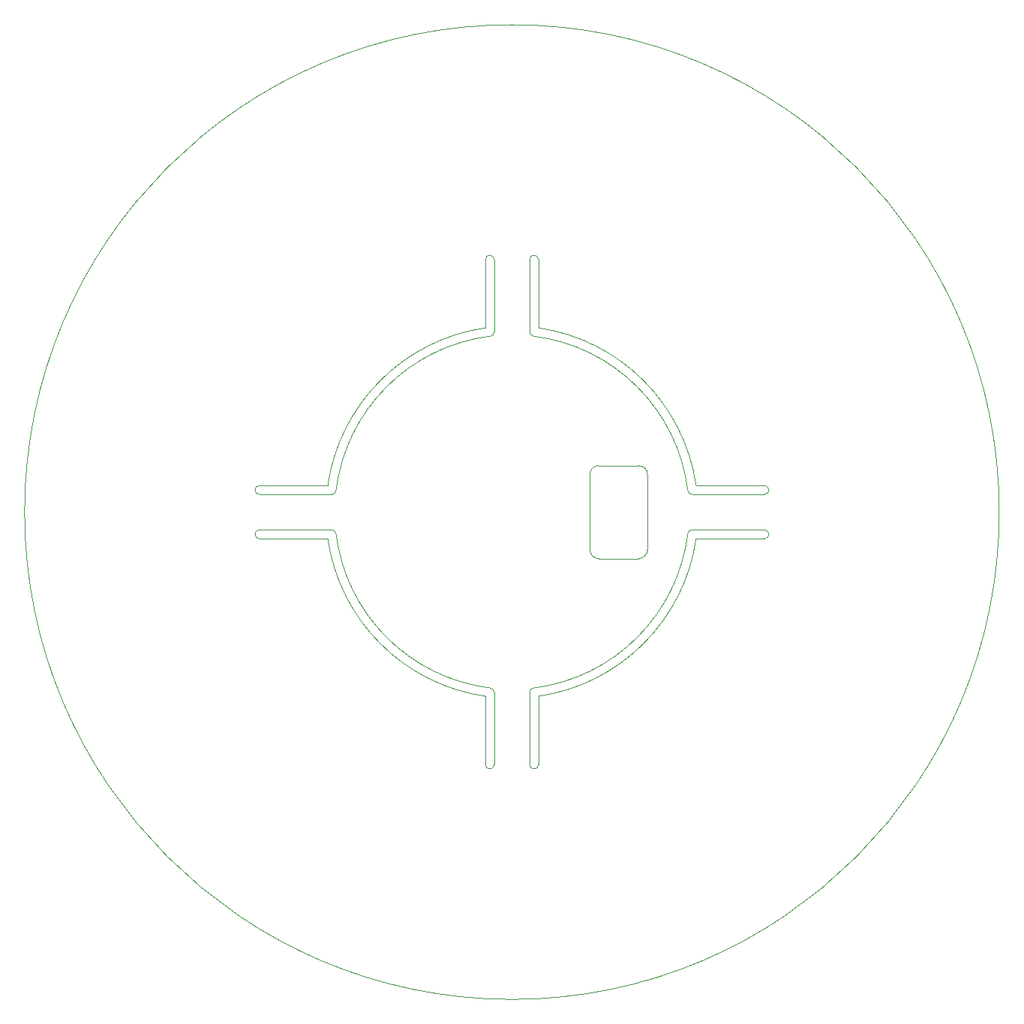
<source format=gbr>
%TF.GenerationSoftware,KiCad,Pcbnew,9.0.1*%
%TF.CreationDate,2025-05-12T15:51:15-07:00*%
%TF.ProjectId,SmartKnobController_ME507,536d6172-744b-46e6-9f62-436f6e74726f,rev?*%
%TF.SameCoordinates,Original*%
%TF.FileFunction,Profile,NP*%
%FSLAX46Y46*%
G04 Gerber Fmt 4.6, Leading zero omitted, Abs format (unit mm)*
G04 Created by KiCad (PCBNEW 9.0.1) date 2025-05-12 15:51:15*
%MOMM*%
%LPD*%
G01*
G04 APERTURE LIST*
%TA.AperFunction,Profile*%
%ADD10C,0.050000*%
%TD*%
G04 APERTURE END LIST*
D10*
X167450000Y-83149999D02*
G75*
G02*
X168449984Y-84144092I0J-1000001D01*
G01*
X132806316Y-90400000D02*
G75*
G02*
X133299279Y-90839025I-3316J-500000D01*
G01*
X151150000Y-116900000D02*
G75*
G02*
X150150000Y-116900000I-500000J0D01*
G01*
X181650000Y-85400000D02*
G75*
G02*
X181650000Y-86400000I0J-500000D01*
G01*
X132365394Y-85400000D02*
G75*
G02*
X150150000Y-67615394I20784606J-3000000D01*
G01*
X173000721Y-90838998D02*
G75*
G02*
X155588998Y-108250721I-19850721J2438998D01*
G01*
X124650000Y-86400000D02*
X132805645Y-86400000D01*
X133299279Y-85960977D02*
G75*
G02*
X150710977Y-68549279I19850721J-2439023D01*
G01*
X156150000Y-116900000D02*
G75*
G02*
X155150000Y-116900000I-500000J0D01*
G01*
X155150000Y-68050551D02*
X155150000Y-59900000D01*
X173934604Y-91400000D02*
X181650000Y-91400000D01*
X181650000Y-90400000D02*
X173493684Y-90400000D01*
X151150000Y-108743684D02*
X151150000Y-116900000D01*
X124650000Y-91400000D02*
G75*
G02*
X124650000Y-90400000I0J500000D01*
G01*
X168449997Y-84149999D02*
X168444093Y-92650001D01*
X124650000Y-90400000D02*
X132806316Y-90400000D01*
X173000721Y-90839024D02*
G75*
G02*
X173493684Y-90400000I496279J-60976D01*
G01*
X150150000Y-109184603D02*
G75*
G02*
X132365397Y-91400000I3000000J20784603D01*
G01*
X132365399Y-91400000D02*
X124650000Y-91400000D01*
X155150000Y-108750605D02*
G75*
G02*
X155588998Y-108250722I500000J3605D01*
G01*
X151150000Y-68056000D02*
X151150000Y-59900000D01*
X208150000Y-88400000D02*
G75*
G02*
X98150000Y-88400000I-55000000J0D01*
G01*
X98150000Y-88400000D02*
G75*
G02*
X208150000Y-88400000I55000000J0D01*
G01*
X168449997Y-84144092D02*
X168449997Y-84149999D01*
X168444093Y-92650001D02*
G75*
G02*
X167450000Y-93649976I-999993J1D01*
G01*
X156150000Y-116900000D02*
X156150000Y-109184604D01*
X150150000Y-116900000D02*
X150150000Y-109184603D01*
X156150000Y-59900000D02*
X156150000Y-67615393D01*
X161950000Y-92650000D02*
X161949999Y-84149999D01*
X150150000Y-59900000D02*
X150150000Y-67615394D01*
X162950000Y-93649999D02*
G75*
G02*
X161950018Y-92655906I0J999999D01*
G01*
X181650000Y-86400000D02*
X173494000Y-86400000D01*
X133299279Y-85960952D02*
G75*
G02*
X132805645Y-86400001I-496279J60952D01*
G01*
X155589057Y-68549279D02*
G75*
G02*
X155149999Y-68050551I60943J496279D01*
G01*
X155589023Y-68549279D02*
G75*
G02*
X173000721Y-85960977I-2439023J-19850721D01*
G01*
X162950000Y-83149999D02*
X167450000Y-83149999D01*
X150710993Y-108250721D02*
G75*
G02*
X133299281Y-90839025I2439007J19850721D01*
G01*
X156150000Y-67615393D02*
G75*
G02*
X173934607Y-85400000I-3000000J-20784607D01*
G01*
X173934607Y-85400000D02*
X181650000Y-85400000D01*
X124650000Y-86400000D02*
G75*
G02*
X124650000Y-85400000I0J500000D01*
G01*
X173494000Y-86400000D02*
G75*
G02*
X173000720Y-85960952I3000J500000D01*
G01*
X132365394Y-85400000D02*
X124650000Y-85400000D01*
X173934604Y-91400000D02*
G75*
G02*
X156150000Y-109184604I-20784604J3000000D01*
G01*
X150710976Y-108250721D02*
G75*
G02*
X151150000Y-108743684I-60976J-496279D01*
G01*
X151150000Y-68056000D02*
G75*
G02*
X150710960Y-68549279I-500000J3000D01*
G01*
X155150000Y-59900000D02*
G75*
G02*
X156150000Y-59900000I500000J0D01*
G01*
X162950000Y-93649999D02*
X167450000Y-93649998D01*
X181650000Y-90400000D02*
G75*
G02*
X181650000Y-91400000I0J-500000D01*
G01*
X150150000Y-59900000D02*
G75*
G02*
X151150000Y-59900000I500000J0D01*
G01*
X155150000Y-108750605D02*
X155150000Y-116900000D01*
X161950000Y-84149999D02*
G75*
G02*
X162944093Y-83150017I1000000J-1D01*
G01*
M02*

</source>
